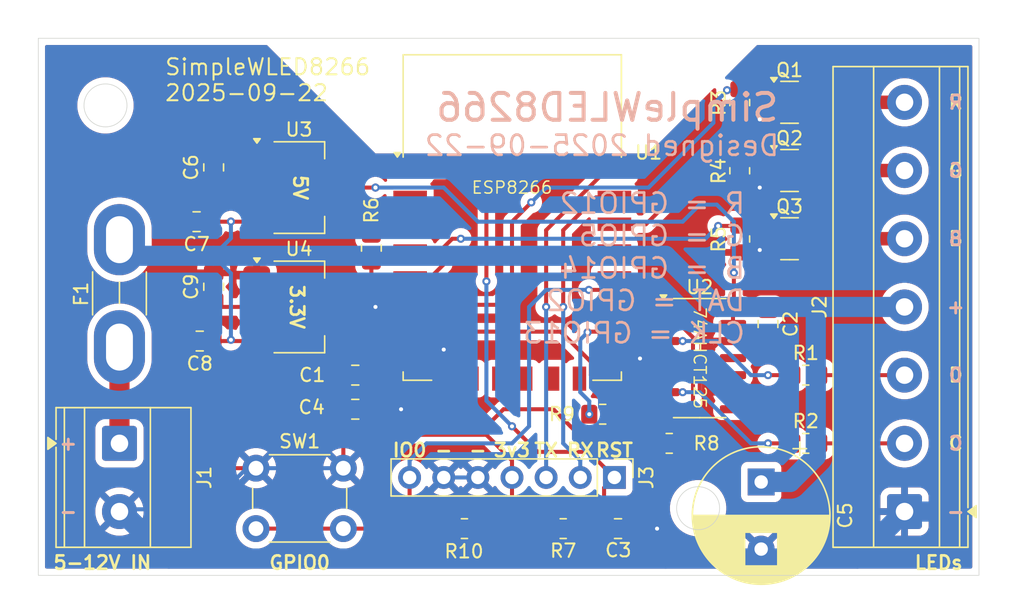
<source format=kicad_pcb>
(kicad_pcb (version 20241229) (generator "pcbnew") (generator_version "9.0")
  (layers (0 "F.Cu" signal) (2 "B.Cu" signal) (13 "F.Paste" user) (15 "B.Paste" user) (5 "F.SilkS" user "F.Silkscreen") (7 "B.SilkS" user "B.Silkscreen") (1 "F.Mask" user) (3 "B.Mask" user) (25 "Edge.Cuts" user))
  (net 0 "")
  (net 1 "GND")
  (net 2 "+3V3")
  (net 3 "+5V")
  (net 4 "RST")
  (net 5 "VBUS")
  (net 6 "Net-(J1-Pin_1)")
  (net 7 "LED_R")
  (net 8 "LED_DAT")
  (net 9 "LED_G")
  (net 10 "LED_CLK")
  (net 11 "LED_B")
  (net 12 "RX")
  (net 13 "TX")
  (net 14 "IO0")
  (net 15 "LED_R_LO")
  (net 16 "LED_G_LO")
  (net 17 "LED_B_LO")
  (net 18 "Net-(R1-Pad1)")
  (net 19 "Net-(R2-Pad1)")
  (net 20 "Net-(U1-EN)")
  (net 21 "LED_DAT_LO")
  (net 22 "Net-(U1-GPIO15)")
  (net 23 "IR")
  (net 24 "LED_CLK_LO")
  (footprint "Package_TO_SOT_SMD:SOT-23" (layer "F.Cu") (at 115.9025 74.93)
    (property "Reference" "Q3" (at 0 -2.4 0) (layer "F.SilkS"))
    (property "Value" "AO3400A")
    (pad "1" smd roundrect (at -0.9375 -0.95) (size 1.475 0.6) (layers "F.Cu" "F.Mask" "F.Paste") (net 17 "LED_B_LO"))
    (pad "2" smd roundrect (at -0.9375 0.95) (size 1.475 0.6) (layers "F.Cu" "F.Mask" "F.Paste") (net 1 "GND"))
    (pad "3" smd roundrect (at 0.9375 0) (size 1.475 0.6) (layers "F.Cu" "F.Mask" "F.Paste") (net 11 "LED_B"))
  )
  (footprint "Resistor_SMD:R_0805_2012Metric_Pad1.20x1.40mm_HandSolder" (layer "F.Cu") (at 117.11 85.09)
    (property "Reference" "R1" (at 0 -1.65 0) (layer "F.SilkS"))
    (property "Value" "62")
    (pad "1" smd roundrect (at -1 0) (size 1.2 1.4) (layers "F.Cu" "F.Mask" "F.Paste") (roundrect_rratio 0.208333) (net 18 "Net-(R1-Pad1)"))
    (pad "2" smd roundrect (at 1 0) (size 1.2 1.4) (layers "F.Cu" "F.Mask" "F.Paste") (roundrect_rratio 0.208333) (net 8 "LED_DAT"))
  )
  (footprint "Resistor_SMD:R_0805_2012Metric_Pad1.20x1.40mm_HandSolder" (layer "F.Cu") (at 112.197309 74.949174 -90)
    (property "Reference" "R5" (at 0.0228 1.570943 90) (layer "F.SilkS"))
    (property "Value" "10k")
    (pad "1" smd roundrect (at -1 0 270) (size 1.2 1.4) (layers "F.Cu" "F.Mask" "F.Paste") (roundrect_rratio 0.208333) (net 17 "LED_B_LO"))
    (pad "2" smd roundrect (at 1 0 270) (size 1.2 1.4) (layers "F.Cu" "F.Mask" "F.Paste") (roundrect_rratio 0.208333) (net 1 "GND"))
  )
  (footprint "Package_TO_SOT_SMD:SOT-23" (layer "F.Cu") (at 115.9025 64.77)
    (property "Reference" "Q1" (at 0 -2.4 0) (layer "F.SilkS"))
    (property "Value" "AO3400A")
    (pad "1" smd roundrect (at -0.9375 -0.95) (size 1.475 0.6) (layers "F.Cu" "F.Mask" "F.Paste") (net 15 "LED_R_LO"))
    (pad "2" smd roundrect (at -0.9375 0.95) (size 1.475 0.6) (layers "F.Cu" "F.Mask" "F.Paste") (net 1 "GND"))
    (pad "3" smd roundrect (at 0.9375 0) (size 1.475 0.6) (layers "F.Cu" "F.Mask" "F.Paste") (net 7 "LED_R"))
  )
  (footprint "Capacitor_SMD:C_0805_2012Metric_Pad1.18x1.45mm_HandSolder" (layer "F.Cu") (at 73.05 69.6175 90)
    (property "Reference" "C6" (at 0 -1.68 90) (layer "F.SilkS"))
    (property "Value" "100n")
    (pad "1" smd roundrect (at -1.0375 0 90) (size 1.175 1.45) (layers "F.Cu" "F.Mask" "F.Paste") (roundrect_rratio 0.212766) (net 3 "+5V"))
    (pad "2" smd roundrect (at 1.0375 0 90) (size 1.175 1.45) (layers "F.Cu" "F.Mask" "F.Paste") (roundrect_rratio 0.212766) (net 1 "GND"))
  )
  (footprint "Resistor_SMD:R_0805_2012Metric_Pad1.20x1.40mm_HandSolder" (layer "F.Cu") (at 102 88)
    (property "Reference" "R9" (at -3.032 0 0) (layer "F.SilkS"))
    (property "Value" "10k")
    (pad "1" smd roundrect (at -1 0) (size 1.2 1.4) (layers "F.Cu" "F.Mask" "F.Paste") (roundrect_rratio 0.208333) (net 22 "Net-(U1-GPIO15)"))
    (pad "2" smd roundrect (at 1 0) (size 1.2 1.4) (layers "F.Cu" "F.Mask" "F.Paste") (roundrect_rratio 0.208333) (net 1 "GND"))
  )
  (footprint "Package_TO_SOT_SMD:SOT-223-3_TabPin2" (layer "F.Cu") (at 79.4 71.12)
    (property "Reference" "U3" (at 0 -4.318 0) (layer "F.SilkS"))
    (property "Value" "AMS1117-5.0")
    (pad "1" smd roundrect (at -3.15 -2.3) (size 2 1.5) (layers "F.Cu" "F.Mask" "F.Paste") (net 1 "GND"))
    (pad "2" smd roundrect (at -3.15 0) (size 2 1.5) (layers "F.Cu" "F.Mask" "F.Paste") (net 3 "+5V"))
    (pad "2" smd roundrect (at 3.15 0) (size 2 3.8) (layers "F.Cu" "F.Mask" "F.Paste") (net 3 "+5V"))
    (pad "3" smd roundrect (at -3.15 2.3) (size 2 1.5) (layers "F.Cu" "F.Mask" "F.Paste") (net 5 "VBUS"))
  )
  (footprint "Resistor_SMD:R_0805_2012Metric_Pad1.20x1.40mm_HandSolder" (layer "F.Cu") (at 99.06 96.52 180)
    (property "Reference" "R7" (at 0 -1.65 0) (layer "F.SilkS"))
    (property "Value" "10k")
    (pad "1" smd roundrect (at -1 0 180) (size 1.2 1.4) (layers "F.Cu" "F.Mask" "F.Paste") (roundrect_rratio 0.208333) (net 4 "RST"))
    (pad "2" smd roundrect (at 1 0 180) (size 1.2 1.4) (layers "F.Cu" "F.Mask" "F.Paste") (roundrect_rratio 0.208333) (net 2 "+3V3"))
  )
  (footprint "Capacitor_SMD:C_0805_2012Metric_Pad1.18x1.45mm_HandSolder" (layer "F.Cu") (at 114.3 81.28 -90)
    (property "Reference" "C2" (at 0 -1.68 90) (layer "F.SilkS"))
    (property "Value" "100n")
    (pad "1" smd roundrect (at -1.0375 0 270) (size 1.175 1.45) (layers "F.Cu" "F.Mask" "F.Paste") (roundrect_rratio 0.212766) (net 3 "+5V"))
    (pad "2" smd roundrect (at 1.0375 0 270) (size 1.175 1.45) (layers "F.Cu" "F.Mask" "F.Paste") (roundrect_rratio 0.212766) (net 1 "GND"))
  )
  (footprint "Capacitor_SMD:C_0805_2012Metric_Pad1.18x1.45mm_HandSolder" (layer "F.Cu") (at 72.0125 82.55 180)
    (property "Reference" "C8" (at 0 -1.68 0) (layer "F.SilkS"))
    (property "Value" "100n")
    (pad "1" smd roundrect (at -1.0375 0 180) (size 1.175 1.45) (layers "F.Cu" "F.Mask" "F.Paste") (roundrect_rratio 0.212766) (net 5 "VBUS"))
    (pad "2" smd roundrect (at 1.0375 0 180) (size 1.175 1.45) (layers "F.Cu" "F.Mask" "F.Paste") (roundrect_rratio 0.212766) (net 1 "GND"))
  )
  (footprint "Package_TO_SOT_SMD:SOT-23" (layer "F.Cu") (at 115.9025 69.85)
    (property "Reference" "Q2" (at 0 -2.4 0) (layer "F.SilkS"))
    (property "Value" "AO3400A")
    (pad "1" smd roundrect (at -0.9375 -0.95) (size 1.475 0.6) (layers "F.Cu" "F.Mask" "F.Paste") (net 16 "LED_G_LO"))
    (pad "2" smd roundrect (at -0.9375 0.95) (size 1.475 0.6) (layers "F.Cu" "F.Mask" "F.Paste") (net 1 "GND"))
    (pad "3" smd roundrect (at 0.9375 0) (size 1.475 0.6) (layers "F.Cu" "F.Mask" "F.Paste") (net 9 "LED_G"))
  )
  (footprint "Capacitor_SMD:C_0805_2012Metric_Pad1.18x1.45mm_HandSolder" (layer "F.Cu") (at 71.78 73.66 180)
    (property "Reference" "C7" (at 0 -1.68 0) (layer "F.SilkS"))
    (property "Value" "100n")
    (pad "1" smd roundrect (at -1.0375 0 180) (size 1.175 1.45) (layers "F.Cu" "F.Mask" "F.Paste") (roundrect_rratio 0.212766) (net 5 "VBUS"))
    (pad "2" smd roundrect (at 1.0375 0 180) (size 1.175 1.45) (layers "F.Cu" "F.Mask" "F.Paste") (roundrect_rratio 0.212766) (net 1 "GND"))
  )
  (footprint "RF_Module:ESP-12E" (layer "F.Cu") (at 95.27 73.35)
    (property "Reference" "U1" (at 10.14 -4.836 0) (layer "F.SilkS"))
    (property "Value" "ESP-12F")
    (pad "1" smd rect (at -7.6 -3.5) (size 2.5 1) (layers "F.Cu" "F.Mask" "F.Paste") (net 4 "RST"))
    (pad "2" smd rect (at -7.6 -1.5) (size 2.5 1) (layers "F.Cu" "F.Mask" "F.Paste"))
    (pad "3" smd rect (at -7.6 0.5) (size 2.5 1) (layers "F.Cu" "F.Mask" "F.Paste") (net 20 "Net-(U1-EN)"))
    (pad "4" smd rect (at -7.6 2.5) (size 2.5 1) (layers "F.Cu" "F.Mask" "F.Paste"))
    (pad "5" smd rect (at -7.6 4.5) (size 2.5 1) (layers "F.Cu" "F.Mask" "F.Paste") (net 17 "LED_B_LO"))
    (pad "6" smd rect (at -7.6 6.5) (size 2.5 1) (layers "F.Cu" "F.Mask" "F.Paste") (net 15 "LED_R_LO"))
    (pad "7" smd rect (at -7.6 8.5) (size 2.5 1) (layers "F.Cu" "F.Mask" "F.Paste") (net 24 "LED_CLK_LO"))
    (pad "8" smd rect (at -7.6 10.5) (size 2.5 1) (layers "F.Cu" "F.Mask" "F.Paste") (net 2 "+3V3"))
    (pad "9" smd rect (at -5 12) (size 1 1.8) (layers "F.Cu" "F.Mask" "F.Paste"))
    (pad "10" smd rect (at -3 12) (size 1 1.8) (layers "F.Cu" "F.Mask" "F.Paste"))
    (pad "11" smd rect (at -1 12) (size 1 1.8) (layers "F.Cu" "F.Mask" "F.Paste"))
    (pad "12" smd rect (at 1 12) (size 1 1.8) (layers "F.Cu" "F.Mask" "F.Paste"))
    (pad "13" smd rect (at 3 12) (size 1 1.8) (layers "F.Cu" "F.Mask" "F.Paste"))
    (pad "14" smd rect (at 5 12) (size 1 1.8) (layers "F.Cu" "F.Mask" "F.Paste"))
    (pad "15" smd rect (at 7.6 10.5) (size 2.5 1) (layers "F.Cu" "F.Mask" "F.Paste") (net 1 "GND"))
    (pad "16" smd rect (at 7.6 8.5) (size 2.5 1) (layers "F.Cu" "F.Mask" "F.Paste") (net 22 "Net-(U1-GPIO15)"))
    (pad "17" smd rect (at 7.6 6.5) (size 2.5 1) (layers "F.Cu" "F.Mask" "F.Paste") (net 21 "LED_DAT_LO"))
    (pad "18" smd rect (at 7.6 4.5) (size 2.5 1) (layers "F.Cu" "F.Mask" "F.Paste") (net 14 "IO0"))
    (pad "19" smd rect (at 7.6 2.5) (size 2.5 1) (layers "F.Cu" "F.Mask" "F.Paste") (net 23 "IR"))
    (pad "20" smd rect (at 7.6 0.5) (size 2.5 1) (layers "F.Cu" "F.Mask" "F.Paste") (net 16 "LED_G_LO"))
    (pad "21" smd rect (at 7.6 -1.5) (size 2.5 1) (layers "F.Cu" "F.Mask" "F.Paste") (net 12 "RX"))
    (pad "22" smd rect (at 7.6 -3.5) (size 2.5 1) (layers "F.Cu" "F.Mask" "F.Paste") (net 13 "TX"))
    (zone (net 0) (net_name "") (layers "F.Cu" "B.Cu") (connect_pads (clearance 0)) (min_thickness 0.254)
      (keepout (tracks not_allowed) (vias not_allowed) (pads not_allowed) (copperpour not_allowed) (footprints not_allowed))
      (fill (thermal_gap 0.508) (thermal_bridge_width 0.508))
      (polygon (pts (xy 87.15 68.55) (xy 103.39 68.55) (xy 103.39 61.23) (xy 87.15 61.23)))
    )
  )
  (footprint "Fuse:Fuse_Blade_Mini_directSolder" (layer "F.Cu") (at 66.04 83 90)
    (property "Reference" "F1" (at 3.95 -2.85 90) (layer "F.SilkS"))
    (property "Value" "Fuse")
    (pad "1" thru_hole oval (at 0 0 90) (size 5.5 3.8) (drill oval 3.5 2) (layers "*.Cu" "*.Mask") (net 6 "Net-(J1-Pin_1)"))
    (pad "2" thru_hole oval (at 8 0 90) (size 5.3 3.8) (drill oval 3.5 2) (layers "*.Cu" "*.Mask") (net 5 "VBUS"))
  )
  (footprint "Connector_PinHeader_2.54mm:PinHeader_1x07_P2.54mm_Vertical" (layer "F.Cu") (at 102.87 92.71 -90)
    (property "Reference" "J3" (at 0 -2.38 90) (layer "F.SilkS"))
    (property "Value" "PROG")
    (pad "1" thru_hole rect (at 0 0 270) (size 1.7 1.7) (drill 1) (layers "*.Cu" "*.Mask") (net 4 "RST"))
    (pad "2" thru_hole circle (at 0 2.54 270) (size 1.7 1.7) (drill 1) (layers "*.Cu" "*.Mask") (net 12 "RX"))
    (pad "3" thru_hole circle (at 0 5.08 270) (size 1.7 1.7) (drill 1) (layers "*.Cu" "*.Mask") (net 13 "TX"))
    (pad "4" thru_hole circle (at 0 7.62 270) (size 1.7 1.7) (drill 1) (layers "*.Cu" "*.Mask") (net 2 "+3V3"))
    (pad "5" thru_hole circle (at 0 10.16 270) (size 1.7 1.7) (drill 1) (layers "*.Cu" "*.Mask") (net 1 "GND"))
    (pad "6" thru_hole circle (at 0 12.7 270) (size 1.7 1.7) (drill 1) (layers "*.Cu" "*.Mask") (net 1 "GND"))
    (pad "7" thru_hole circle (at 0 15.24 270) (size 1.7 1.7) (drill 1) (layers "*.Cu" "*.Mask") (net 14 "IO0"))
  )
  (footprint "Resistor_SMD:R_0805_2012Metric_Pad1.20x1.40mm_HandSolder" (layer "F.Cu") (at 112.197309 69.869174 -90)
    (property "Reference" "R4" (at 0.0228 1.570943 90) (layer "F.SilkS"))
    (property "Value" "10k")
    (pad "1" smd roundrect (at -1 0 270) (size 1.2 1.4) (layers "F.Cu" "F.Mask" "F.Paste") (roundrect_rratio 0.208333) (net 16 "LED_G_LO"))
    (pad "2" smd roundrect (at 1 0 270) (size 1.2 1.4) (layers "F.Cu" "F.Mask" "F.Paste") (roundrect_rratio 0.208333) (net 1 "GND"))
  )
  (footprint "Capacitor_SMD:C_0805_2012Metric_Pad1.18x1.45mm_HandSolder" (layer "F.Cu") (at 103.14 96.52)
    (property "Reference" "C3" (at 0.021818 1.609251 0) (layer "F.SilkS"))
    (property "Value" "100n")
    (pad "1" smd roundrect (at -1.0375 0) (size 1.175 1.45) (layers "F.Cu" "F.Mask" "F.Paste") (roundrect_rratio 0.212766) (net 4 "RST"))
    (pad "2" smd roundrect (at 1.0375 0) (size 1.175 1.45) (layers "F.Cu" "F.Mask" "F.Paste") (roundrect_rratio 0.212766) (net 1 "GND"))
  )
  (footprint "Package_SO:SOIC-14_3.9x8.7mm_P1.27mm" (layer "F.Cu") (at 109.22 83.82)
    (property "Reference" "U2" (at 0 -5.28 0) (layer "F.SilkS"))
    (property "Value" "74AHCT125")
    (pad "1" smd roundrect (at -2.475 -3.81) (size 1.95 0.6) (layers "F.Cu" "F.Mask" "F.Paste") (net 1 "GND"))
    (pad "2" smd roundrect (at -2.475 -2.54) (size 1.95 0.6) (layers "F.Cu" "F.Mask" "F.Paste") (net 21 "LED_DAT_LO"))
    (pad "3" smd roundrect (at -2.475 -1.27) (size 1.95 0.6) (layers "F.Cu" "F.Mask" "F.Paste") (net 18 "Net-(R1-Pad1)"))
    (pad "4" smd roundrect (at -2.475 0) (size 1.95 0.6) (layers "F.Cu" "F.Mask" "F.Paste") (net 1 "GND"))
    (pad "5" smd roundrect (at -2.475 1.27) (size 1.95 0.6) (layers "F.Cu" "F.Mask" "F.Paste") (net 24 "LED_CLK_LO"))
    (pad "6" smd roundrect (at -2.475 2.54) (size 1.95 0.6) (layers "F.Cu" "F.Mask" "F.Paste") (net 19 "Net-(R2-Pad1)"))
    (pad "7" smd roundrect (at -2.475 3.81) (size 1.95 0.6) (layers "F.Cu" "F.Mask" "F.Paste") (net 1 "GND"))
    (pad "8" smd roundrect (at 2.475 3.81) (size 1.95 0.6) (layers "F.Cu" "F.Mask" "F.Paste"))
    (pad "9" smd roundrect (at 2.475 2.54) (size 1.95 0.6) (layers "F.Cu" "F.Mask" "F.Paste") (net 1 "GND"))
    (pad "10" smd roundrect (at 2.475 1.27) (size 1.95 0.6) (layers "F.Cu" "F.Mask" "F.Paste") (net 3 "+5V"))
    (pad "11" smd roundrect (at 2.475 0) (size 1.95 0.6) (layers "F.Cu" "F.Mask" "F.Paste"))
    (pad "12" smd roundrect (at 2.475 -1.27) (size 1.95 0.6) (layers "F.Cu" "F.Mask" "F.Paste") (net 1 "GND"))
    (pad "13" smd roundrect (at 2.475 -2.54) (size 1.95 0.6) (layers "F.Cu" "F.Mask" "F.Paste") (net 3 "+5V"))
    (pad "14" smd roundrect (at 2.475 -3.81) (size 1.95 0.6) (layers "F.Cu" "F.Mask" "F.Paste") (net 3 "+5V"))
  )
  (footprint "TerminalBlock_Phoenix:TerminalBlock_Phoenix_MKDS-1,5-7-5.08_1x07_P5.08mm_Horizontal" (layer "F.Cu") (at 124.46 95.25 90)
    (property "Reference" "J2" (at 15.24 -6.32 90) (layer "F.SilkS"))
    (property "Value" "LEDs")
    (pad "1" thru_hole roundrect (at 0 0 90) (size 2.6 2.6) (drill 1.3) (layers "*.Cu" "*.Mask") (roundrect_rratio 0.096154) (net 1 "GND"))
    (pad "2" thru_hole circle (at 5.08 0 90) (size 2.6 2.6) (drill 1.3) (layers "*.Cu" "*.Mask") (net 10 "LED_CLK"))
    (pad "3" thru_hole circle (at 10.16 0 90) (size 2.6 2.6) (drill 1.3) (layers "*.Cu" "*.Mask") (net 8 "LED_DAT"))
    (pad "4" thru_hole circle (at 15.24 0 90) (size 2.6 2.6) (drill 1.3) (layers "*.Cu" "*.Mask") (net 5 "VBUS"))
    (pad "5" thru_hole circle (at 20.32 0 90) (size 2.6 2.6) (drill 1.3) (layers "*.Cu" "*.Mask") (net 11 "LED_B"))
    (pad "6" thru_hole circle (at 25.4 0 90) (size 2.6 2.6) (drill 1.3) (layers "*.Cu" "*.Mask") (net 9 "LED_G"))
    (pad "7" thru_hole circle (at 30.48 0 90) (size 2.6 2.6) (drill 1.3) (layers "*.Cu" "*.Mask") (net 7 "LED_R"))
  )
  (footprint "Capacitor_THT:CP_Radial_D10.0mm_P5.00mm" (layer "F.Cu") (at 113.792 93.044 -90)
    (property "Reference" "C5" (at 2.5 -6.25 90) (layer "F.SilkS"))
    (property "Value" "470u")
    (pad "1" thru_hole rect (at 0 0 270) (size 2 2) (drill 1) (layers "*.Cu" "*.Mask") (net 5 "VBUS"))
    (pad "2" thru_hole circle (at 5 0 270) (size 2 2) (drill 1) (layers "*.Cu" "*.Mask") (net 1 "GND"))
  )
  (footprint "Capacitor_SMD:C_0805_2012Metric_Pad1.18x1.45mm_HandSolder" (layer "F.Cu") (at 83.5875 87.63)
    (property "Reference" "C4" (at -3.246531 -0.150514 0) (layer "F.SilkS"))
    (property "Value" "10u")
    (pad "1" smd roundrect (at -1.0375 0) (size 1.175 1.45) (layers "F.Cu" "F.Mask" "F.Paste") (roundrect_rratio 0.212766) (net 1 "GND"))
    (pad "2" smd roundrect (at 1.0375 0) (size 1.175 1.45) (layers "F.Cu" "F.Mask" "F.Paste") (roundrect_rratio 0.212766) (net 2 "+3V3"))
  )
  (footprint "Capacitor_SMD:C_0805_2012Metric_Pad1.18x1.45mm_HandSolder" (layer "F.Cu") (at 73.05 78.5075 90)
    (property "Reference" "C9" (at 0 -1.68 90) (layer "F.SilkS"))
    (property "Value" "100n")
    (pad "1" smd roundrect (at -1.0375 0 90) (size 1.175 1.45) (layers "F.Cu" "F.Mask" "F.Paste") (roundrect_rratio 0.212766) (net 2 "+3V3"))
    (pad "2" smd roundrect (at 1.0375 0 90) (size 1.175 1.45) (layers "F.Cu" "F.Mask" "F.Paste") (roundrect_rratio 0.212766) (net 1 "GND"))
  )
  (footprint "Resistor_SMD:R_0805_2012Metric_Pad1.20x1.40mm_HandSolder" (layer "F.Cu") (at 91.71 96.52)
    (property "Reference" "R10" (at -0.032947 1.693235 0) (layer "F.SilkS"))
    (property "Value" "10k")
    (pad "1" smd roundrect (at -1 0) (size 1.2 1.4) (layers "F.Cu" "F.Mask" "F.Paste") (roundrect_rratio 0.208333) (net 14 "IO0"))
    (pad "2" smd roundrect (at 1 0) (size 1.2 1.4) (layers "F.Cu" "F.Mask" "F.Paste") (roundrect_rratio 0.208333) (net 2 "+3V3"))
  )
  (footprint "TerminalBlock_Phoenix:TerminalBlock_Phoenix_MKDS-1,5-2-5.08_1x02_P5.08mm_Horizontal" (layer "F.Cu") (at 66.04 90.17 -90)
    (property "Reference" "J1" (at 2.54 -6.32 90) (layer "F.SilkS"))
    (property "Value" "PWR")
    (pad "1" thru_hole roundrect (at 0 0 270) (size 2.6 2.6) (drill 1.3) (layers "*.Cu" "*.Mask") (roundrect_rratio 0.096154) (net 6 "Net-(J1-Pin_1)"))
    (pad "2" thru_hole circle (at 5.08 0 270) (size 2.6 2.6) (drill 1.3) (layers "*.Cu" "*.Mask") (net 1 "GND"))
  )
  (footprint "Resistor_SMD:R_0805_2012Metric_Pad1.20x1.40mm_HandSolder" (layer "F.Cu") (at 117.11 90.17)
    (property "Reference" "R2" (at 0 -1.65 0) (layer "F.SilkS"))
    (property "Value" "62")
    (pad "1" smd roundrect (at -1 0) (size 1.2 1.4) (layers "F.Cu" "F.Mask" "F.Paste") (roundrect_rratio 0.208333) (net 19 "Net-(R2-Pad1)"))
    (pad "2" smd roundrect (at 1 0) (size 1.2 1.4) (layers "F.Cu" "F.Mask" "F.Paste") (roundrect_rratio 0.208333) (net 10 "LED_CLK"))
  )
  (footprint "Resistor_SMD:R_0805_2012Metric_Pad1.20x1.40mm_HandSolder" (layer "F.Cu") (at 84.78555 75.624778 -90)
    (property "Reference" "R6" (at -2.81 0 90) (layer "F.SilkS"))
    (property "Value" "10k")
    (pad "1" smd roundrect (at -1 0 270) (size 1.2 1.4) (layers "F.Cu" "F.Mask" "F.Paste") (roundrect_rratio 0.208333) (net 20 "Net-(U1-EN)"))
    (pad "2" smd roundrect (at 1 0 270) (size 1.2 1.4) (layers "F.Cu" "F.Mask" "F.Paste") (roundrect_rratio 0.208333) (net 2 "+3V3"))
  )
  (footprint "Capacitor_SMD:C_0805_2012Metric_Pad1.18x1.45mm_HandSolder" (layer "F.Cu") (at 83.5875 85.09)
    (property "Reference" "C1" (at -3.204398 -0.012102 0) (layer "F.SilkS"))
    (property "Value" "100n")
    (pad "1" smd roundrect (at -1.0375 0) (size 1.175 1.45) (layers "F.Cu" "F.Mask" "F.Paste") (roundrect_rratio 0.212766) (net 1 "GND"))
    (pad "2" smd roundrect (at 1.0375 0) (size 1.175 1.45) (layers "F.Cu" "F.Mask" "F.Paste") (roundrect_rratio 0.212766) (net 2 "+3V3"))
  )
  (footprint "Resistor_SMD:R_0805_2012Metric_Pad1.20x1.40mm_HandSolder" (layer "F.Cu") (at 106.95 90.17 180)
    (property "Reference" "R8" (at -2.778 0 0) (layer "F.SilkS"))
    (property "Value" "10k")
    (pad "1" smd roundrect (at -1 0 180) (size 1.2 1.4) (layers "F.Cu" "F.Mask" "F.Paste") (roundrect_rratio 0.208333) (net 21 "LED_DAT_LO"))
    (pad "2" smd roundrect (at 1 0 180) (size 1.2 1.4) (layers "F.Cu" "F.Mask" "F.Paste") (roundrect_rratio 0.208333) (net 2 "+3V3"))
  )
  (footprint "Resistor_SMD:R_0805_2012Metric_Pad1.20x1.40mm_HandSolder" (layer "F.Cu") (at 112.197309 64.789174 -90)
    (property "Reference" "R3" (at 0.0228 1.570943 90) (layer "F.SilkS"))
    (property "Value" "10k")
    (pad "1" smd roundrect (at -1 0 270) (size 1.2 1.4) (layers "F.Cu" "F.Mask" "F.Paste") (roundrect_rratio 0.208333) (net 15 "LED_R_LO"))
    (pad "2" smd roundrect (at 1 0 270) (size 1.2 1.4) (layers "F.Cu" "F.Mask" "F.Paste") (roundrect_rratio 0.208333) (net 1 "GND"))
  )
  (footprint "Package_TO_SOT_SMD:SOT-223-3_TabPin2" (layer "F.Cu") (at 79.4 80.01)
    (property "Reference" "U4" (at 0 -4.318 0) (layer "F.SilkS"))
    (property "Value" "AMS1117-3.3")
    (pad "1" smd roundrect (at -3.15 -2.3) (size 2 1.5) (layers "F.Cu" "F.Mask" "F.Paste") (net 1 "GND"))
    (pad "2" smd roundrect (at -3.15 0) (size 2 1.5) (layers "F.Cu" "F.Mask" "F.Paste") (net 2 "+3V3"))
    (pad "2" smd roundrect (at 3.15 0) (size 2 3.8) (layers "F.Cu" "F.Mask" "F.Paste") (net 2 "+3V3"))
    (pad "3" smd roundrect (at -3.15 2.3) (size 2 1.5) (layers "F.Cu" "F.Mask" "F.Paste") (net 5 "VBUS"))
  )
  (footprint "Button_Switch_THT:SW_PUSH_6mm" (layer "F.Cu") (at 76.2 92.02)
    (property "Reference" "SW1" (at 3.25 -2 0) (layer "F.SilkS"))
    (property "Value" "SW_Push")
    (pad "1" thru_hole circle (at 0 0 90) (size 2 2) (drill 1.1) (layers "*.Cu" "*.Mask") (net 1 "GND"))
    (pad "1" thru_hole circle (at 6.5 0 90) (size 2 2) (drill 1.1) (layers "*.Cu" "*.Mask") (net 1 "GND"))
    (pad "2" thru_hole circle (at 0 4.5 90) (size 2 2) (drill 1.1) (layers "*.Cu" "*.Mask") (net 14 "IO0"))
    (pad "2" thru_hole circle (at 6.5 4.5 90) (size 2 2) (drill 1.1) (layers "*.Cu" "*.Mask") (net 14 "IO0"))
  )
  (gr_poly (pts (xy 60 60) (xy 130 60) (xy 130 100) (xy 60 100)) (stroke (width 0.05)) (fill no) (layer "Edge.Cuts"))
  (gr_circle (center 109.1 95) (end 110.7 95) (stroke (width 0.05)) (fill no) (layer "Edge.Cuts"))
  (gr_circle (center 65 65) (end 66.6 65) (stroke (width 0.05)) (fill no) (layer "Edge.Cuts"))
  (gr_text "G" (at 128.27 69.85 0) (layer "F.SilkS") (effects (font (size 1 1) (thickness 0.2) (bold yes))))
  (gr_text "SimpleWLED8266\n2025-09-22" (at 69.342 64.77 0) (layer "F.SilkS") (effects (font (size 1.2 1.2)) (justify left bottom)))
  (gr_text "+" (at 128.27 80.01 0) (layer "F.SilkS") (effects (font (size 1 1) (thickness 0.2) (bold yes))))
  (gr_text "3v3" (at 95.25 90.678 0) (layer "F.SilkS") (effects (font (size 1 1) (thickness 0.2) (bold yes))))
  (gr_text "R" (at 128.27 64.77 0) (layer "F.SilkS") (effects (font (size 1 1) (thickness 0.2) (bold yes))))
  (gr_text "+" (at 62.23 90.17 0) (layer "F.SilkS") (effects (font (size 1 1) (thickness 0.2) (bold yes))))
  (gr_text "-" (at 92.71 90.678 0) (layer "F.SilkS") (effects (font (size 1 1) (thickness 0.2) (bold yes))))
  (gr_text "D" (at 128.27 85.09 0) (layer "F.SilkS") (effects (font (size 1 1) (thickness 0.2) (bold yes))))
  (gr_text "3.3V" (at 79.248 80.01 270) (layer "F.SilkS") (effects (font (size 1 1) (thickness 0.2) (bold yes))))
  (gr_text "GPIO0" (at 79.45 99.06 0) (layer "F.SilkS") (effects (font (size 1 1) (thickness 0.2) (bold yes))))
  (gr_text "-" (at 128.27 95.25 0) (layer "F.SilkS") (effects (font (size 1 1) (thickness 0.2) (bold yes))))
  (gr_text "5V" (at 79.502 71.12 270) (layer "F.SilkS") (effects (font (size 1 1) (thickness 0.2) (bold yes))))
  (gr_text "74AHCT125" (at 109.22 83.82 270) (layer "F.SilkS") (effects (font (size 0.9 0.9) (thickness 0.11))))
  (gr_text "-" (at 90.17 90.678 0) (layer "F.SilkS") (effects (font (size 1 1) (thickness 0.2) (bold yes))))
  (gr_text "RX" (at 100.33 90.678 0) (layer "F.SilkS") (effects (font (size 1 1) (thickness 0.2) (bold yes))))
  (gr_text "B" (at 128.27 74.93 0) (layer "F.SilkS") (effects (font (size 1 1) (thickness 0.2) (bold yes))))
  (gr_text "LEDs" (at 127 99.06 0) (layer "F.SilkS") (effects (font (size 1 1) (thickness 0.2) (bold yes))))
  (gr_text "5-12V IN" (at 64.77 99.06 0) (layer "F.SilkS") (effects (font (size 1 1) (thickness 0.2) (bold yes))))
  (gr_text "IO0" (at 87.63 90.678 0) (layer "F.SilkS") (effects (font (size 1 1) (thickness 0.2) (bold yes))))
  (gr_text "TX" (at 97.79 90.678 0) (layer "F.SilkS") (effects (font (size 1 1) (thickness 0.2) (bold yes))))
  (gr_text "C" (at 128.27 90.17 0) (layer "F.SilkS") (effects (font (size 1 1) (thickness 0.2) (bold yes))))
  (gr_text "ESP8266" (at 95.25 71.12 0) (layer "F.SilkS") (effects (font (size 0.9 0.9) (thickness 0.11))))
  (gr_text "-" (at 62.23 95.25 0) (layer "F.SilkS") (effects (font (size 1 1) (thickness 0.2) (bold yes))))
  (gr_text "RST" (at 102.87 90.678 0) (layer "F.SilkS") (effects (font (size 1 1) (thickness 0.2) (bold yes))))
  (gr_text "R" (at 128.27 64.77 0) (layer "B.SilkS") (effects (font (size 1 1) (thickness 0.2) (bold yes)) (justify mirror)))
  (gr_text "SimpleWLED8266" (at 115.2525 66.33 0) (layer "B.SilkS") (effects (font (size 2 2) (thickness 0.3)) (justify left bottom mirror)))
  (gr_text "-" (at 62.23 95.25 0) (layer "B.SilkS") (effects (font (size 1 1) (thickness 0.2) (bold yes)) (justify mirror)))
  (gr_text "+" (at 128.27 80.01 0) (layer "B.SilkS") (effects (font (size 1 1) (thickness 0.2) (bold yes)) (justify mirror)))
  (gr_text "D" (at 128.27 85.09 0) (layer "B.SilkS") (effects (font (size 1 1) (thickness 0.2) (bold yes)) (justify mirror)))
  (gr_text "B" (at 128.27 74.93 0) (layer "B.SilkS") (effects (font (size 1 1) (thickness 0.2) (bold yes)) (justify mirror)))
  (gr_text "C" (at 128.27 90.17 0) (layer "B.SilkS") (effects (font (size 1 1) (thickness 0.2) (bold yes)) (justify mirror)))
  (gr_text "G" (at 128.27 69.85 0) (layer "B.SilkS") (effects (font (size 1 1) (thickness 0.2) (bold yes)) (justify mirror)))
  (gr_text "-" (at 128.27 95.25 0) (layer "B.SilkS") (effects (font (size 1 1) (thickness 0.2) (bold yes)) (justify mirror)))
  (gr_text "+" (at 62.23 90.17 0) (layer "B.SilkS") (effects (font (size 1 1) (thickness 0.2) (bold yes)) (justify mirror)))
  (gr_text "Designed 2025-09-22" (at 115.2525 68.87 0) (layer "B.SilkS") (effects (font (size 1.5 1.5) (thickness 0.2)) (justify left bottom mirror)))
  (gr_text "R = GPIO12\nG = GPIO5\nB = GPIO14\nDAT = GPIO2\nCLK = GPIO13" (at 112.7125 82.84 0) (layer "B.SilkS") (effects (font (size 1.5 1.5) (thickness 0.2)) (justify left bottom mirror)))
  (segment (start 71.12 77.47) (end 73.05 77.47) (width 0.3) (layer "F.Cu") (net 1))
  (segment (start 112.266483 75.88) (end 112.197309 75.949174) (width 0.5) (layer "F.Cu") (net 1))
  (segment (start 70.975 91.295) (end 70.975 82.55) (width 0.3) (layer "F.Cu") (net 1))
  (segment (start 107.95 80.01) (end 109.335001 81.395001) (width 0.3) (layer "F.Cu") (net 1))
  (segment (start 106.745 80.01) (end 107.95 80.01) (width 0.3) (layer "F.Cu") (net 1))
  (segment (start 70.7425 77.0925) (end 71.12 77.47) (width 0.3) (layer "F.Cu") (net 1))
  (segment (start 76.01 77.47) (end 76.25 77.71) (width 0.3) (layer "F.Cu") (net 1))
  (segment (start 70.7425 68.9575) (end 71.12 68.58) (width 0.3) (layer "F.Cu") (net 1))
  (segment (start 73.05 77.47) (end 76.01 77.47) (width 0.3) (layer "F.Cu") (net 1))
  (segment (start 106.045 92.2375) (end 106.901 91.3815) (width 0.3) (layer "F.Cu") (net 1))
  (segment (start 112.266483 65.72) (end 112.197309 65.789174) (width 0.5) (layer "F.Cu") (net 1))
  (segment (start 106.045 96.52) (end 106.045 92.2375) (width 0.3) (layer "F.Cu") (net 1))
  (segment (start 109.22 86.36) (end 109.22 84.050001) (width 0.3) (layer "F.Cu") (net 1))
  (segment (start 109.22 86.36) (end 111.695 86.36) (width 0.3) (layer "F.Cu") (net 1))
  (segment (start 71.7 92.02) (end 70.975 91.295) (width 0.3) (layer "F.Cu") (net 1))
  (segment (start 70.7425 73.66) (end 70.7425 68.9575) (width 0.3) (layer "F.Cu") (net 1))
  (segment (start 102.87 83.85) (end 104.775 83.85) (width 0.3) (layer "F.Cu") (net 1))
  (segment (start 88.48 91.02) (end 83.7 91.02) (width 0.3) (layer "F.Cu") (net 1))
  (segment (start 114.965 65.72) (end 112.266483 65.72) (width 0.5) (layer "F.Cu") (net 1))
  (segment (start 73.29 68.82) (end 73.05 68.58) (width 0.3) (layer "F.Cu") (net 1))
  (segment (start 104.775 83.85) (end 106.715 83.85) (width 0.3) (layer "F.Cu") (net 1))
  (segment (start 76.25 68.82) (end 73.29 68.82) (width 0.3) (layer "F.Cu") (net 1))
  (segment (start 114.965 70.8) (end 112.266483 70.8) (width 0.5) (layer "F.Cu") (net 1))
  (segment (start 106.901 87.786) (end 106.745 87.63) (width 0.3) (layer "F.Cu") (net 1))
  (segment (start 70.975 82.55) (end 70.975 77.615) (width 0.3) (layer "F.Cu") (net 1))
  (segment (start 83.7 91.02) (end 82.7 92.02) (width 0.3) (layer "F.Cu") (net 1))
  (segment (start 82.7 89.05) (end 82.7 92.02) (width 0.3) (layer "F.Cu") (net 1))
  (segment (start 106.901 91.3815) (end 106.901 87.786) (width 0.3) (layer "F.Cu") (net 1))
  (segment (start 82.55 88.9) (end 82.7 89.05) (width 0.3) (layer "F.Cu") (net 1))
  (segment (start 82.55 87.63) (end 82.55 88.9) (width 0.3) (layer "F.Cu") (net 1))
  (segment (start 103 88) (end 106.375 88) (width 0.2) (layer "F.Cu") (net 1))
  (segment (start 109.335001 83.82) (end 109.335001 83.935001) (width 0.3) (layer "F.Cu") (net 1))
  (segment (start 82.55 87.63) (end 82.55 85.09) (width 0.3) (layer "F.Cu") (net 1))
  (segment (start 106.045 96.52) (end 104.1775 96.52) (width 0.3) (layer "F.Cu") (net 1))
  (segment (start 114.965 75.88) (end 112.266483 75.88) (width 0.5) (layer "F.Cu") (net 1))
  (segment (start 110.740826 75.949174) (end 112.197309 75.949174) (width 0.3) (layer "F.Cu") (net 1))
  (segment (start 106.375 88) (end 106.745 87.63) (width 0.2) (layer "F.Cu") (net 1))
  (segment (start 71.12 68.58) (end 73.05 68.58) (width 0.3) (layer "F.Cu") (net 1))
  (segment (start 109.335001 81.395001) (end 109.335001 83.82) (width 0.3) (layer "F.Cu") (net 1))
  (segment (start 107.95 78.74) (end 110.740826 75.949174) (width 0.3) (layer "F.Cu") (net 1))
  (segment (start 76.2 92.02) (end 71.7 92.02) (width 0.3) (layer "F.Cu") (net 1))
  (segment (start 107.95 80.01) (end 107.95 78.74) (width 0.3) (layer "F.Cu") (net 1))
  (segment (start 109.22 84.050001) (end 109.335001 83.935001) (width 0.3) (layer "F.Cu") (net 1))
  (segment (start 70.975 77.615) (end 71.12 77.47) (width 0.3) (layer "F.Cu") (net 1))
  (segment (start 112.266483 70.8) (end 112.197309 70.869174) (width 0.5) (layer "F.Cu") (net 1))
  (segment (start 109.219999 86.36) (end 109.22 86.36) (width 0.3) (layer "F.Cu") (net 1))
  (segment (start 70.7425 73.66) (end 70.7425 77.0925) (width 0.3) (layer "F.Cu") (net 1))
  (segment (start 109.335001 83.935001) (end 110.720001 82.55) (width 0.3) (layer "F.Cu") (net 1))
  (segment (start 90.17 92.71) (end 88.48 91.02) (width 0.3) (layer "F.Cu") (net 1))
  (segment (start 106.715 83.85) (end 106.745 83.82) (width 0.3) (layer "F.Cu") (net 1))
  (segment (start 110.720001 82.55) (end 111.695 82.55) (width 0.3) (layer "F.Cu") (net 1))
  (via (at 90.17 83.185) (size 0.6) (drill 0.3) (layers "F.Cu" "B.Cu") (net 1))
  (via (at 86.995 87.63) (size 0.6) (drill 0.3) (layers "F.Cu" "B.Cu") (net 1))
  (via (at 85.09 80.01) (size 0.6) (drill 0.3) (layers "F.Cu" "B.Cu") (net 1))
  (via (at 113.685932 75.769) (size 0.6) (drill 0.3) (layers "F.Cu" "B.Cu") (net 1))
  (via (at 104.775 83.85) (size 0.6) (drill 0.3) (layers "F.Cu" "B.Cu") (net 1))
  (via (at 106.045 96.52) (size 0.6) (drill 0.3) (layers "F.Cu" "B.Cu") (net 1))
  (via (at 113.685932 66.04) (size 0.6) (drill 0.3) (layers "F.Cu" "B.Cu") (net 1))
  (via (at 113.685932 71.12) (size 0.6) (drill 0.3) (layers "F.Cu" "B.Cu") (net 1))
  (segment (start 75.51 92.02) (end 72.45 95.08) (width 0.3) (layer "B.Cu") (net 1))
  (segment (start 113.685932 62.705387) (end 113.685932 66.04) (width 1.5) (layer "B.Cu") (net 1))
  (segment (start 127.291 61.251) (end 115.57 61.251) (width 1.5) (layer "B.Cu") (net 1))
  (segment (start 124.46 95.25) (end 127 95.25) (width 1.5) (layer "B.Cu") (net 1))
  (segment (start 120.961 98.749) (end 124.46 95.25) (width 1.5) (layer "B.Cu") (net 1))
  (segment (start 104.775 90.805) (end 106.045 92.075) (width 0.3) (layer "B.Cu") (net 1))
  (segment (start 128.27 93.98) (end 128.27 62.23) (width 1.5) (layer "B.Cu") (net 1))
  (segment (start 72.45 95.08) (end 66.04 95.08) (width 0.3) (layer "B.Cu") (net 1))
  (segment (start 113.087 98.749) (end 113.792 98.044) (width 1.5) (layer "B.Cu") (net 1))
  (segment (start 90.17 84.455) (end 86.995 87.63) (width 0.3) (layer "B.Cu") (net 1))
  (segment (start 115.140319 61.251) (end 113.770198 62.621121) (width 1.5) (layer "B.Cu") (net 1))
  (segment (start 112.268 98.749) (end 113.087 98.749) (width 1.5) (layer "B.Cu") (net 1))
  (segment (start 127 95.25) (end 128.27 93.98) (width 1.5) (layer "B.Cu") (net 1))
  (segment (start 86.995 87.725) (end 82.7 92.02) (width 0.3) (layer "B.Cu") (net 1))
  (segment (start 106.045 92.075) (end 106.045 98.114) (width 0.3) (layer "B.Cu") (net 1))
  (segment (start 113.685932 66.04) (end 113.685932 71.12) (width 1.5) (layer "B.Cu") (net 1))
  (segment (start 90.17 83.185) (end 90.17 84.455) (width 0.3) (layer "B.Cu") (net 1))
  (segment (start 85.09 80.01) (end 86.995 80.01) (width 0.3) (layer "B.Cu") (net 1))
  (segment (start 92.71 92.71) (end 90.17 92.71) (width 0.3) (layer "B.Cu") (net 1))
  (segment (start 66.04 95.08) (end 69.709 98.749) (width 1.5) (layer "B.Cu") (net 1))
  (segment (start 106.68 98.749) (end 112.268 98.749) (width 1.5) (layer "B.Cu") (net 1))
  (segment (start 106.045 98.114) (end 106.68 98.749) (width 0.3) (layer "B.Cu") (net 1))
  (segment (start 115.57 61.251) (end 115.140319 61.251) (width 1.5) (layer "B.Cu") (net 1))
  (segment (start 104.775 83.85) (end 104.775 90.805) (width 0.3) (layer "B.Cu") (net 1))
  (segment (start 76.2 92.02) (end 75.51 92.02) (width 0.3) (layer "B.Cu") (net 1))
  (segment (start 113.770198 62.621121) (end 113.685932 62.705387) (width 1.5) (layer "B.Cu") (net 1))
  (segment (start 69.709 98.749) (end 106.68 98.749) (width 1.5) (layer "B.Cu") (net 1))
  (segment (start 86.995 80.01) (end 90.17 83.185) (width 0.3) (layer "B.Cu") (net 1))
  (segment (start 112.268 98.749) (end 120.961 98.749) (width 1.5) (layer "B.Cu") (net 1))
  (segment (start 86.995 87.63) (end 86.995 87.725) (width 0.3) (layer "B.Cu") (net 1))
  (segment (start 128.27 62.23) (end 127.291 61.251) (width 1.5) (layer "B.Cu") (net 1))
  (segment (start 82.7 92.02) (end 76.2 92.02) (width 0.3) (layer "B.Cu") (net 1))
  (segment (start 113.685932 71.12) (end 113.685932 75.769) (width 1.5) (layer "B.Cu") (net 1))
  (segment (start 84.625 85.09) (end 84.625 82.085) (width 0.3) (layer "F.Cu") (net 2))
  (segment (start 84.625 88.435) (end 85.725 89.535) (width 0.3) (layer "F.Cu") (net 2))
  (segment (start 98.06 96.52) (end 95.25 96.52) (width 0.3) (layer "F.Cu") (net 2))
  (segment (start 99.6 88.9) (end 98.33 87.63) (width 0.3) (layer "F.Cu") (net 2))
  (segment (start 95.25 91.44) (end 95.25 92.71) (width 0.3) (layer "F.Cu") (net 2))
  (segment (start 76.25 80.01) (end 73.515 80.01) (width 0.3) (layer "F.Cu") (net 2))
  (segment (start 73.515 80.01) (end 73.05 79.545) (width 0.3) (layer "F.Cu") (net 2))
  (segment (start 105.95 90.17) (end 100.87 90.17) (width 0.3) (layer "F.Cu") (net 2))
  (segment (start 98.33 87.63) (end 94.615 87.63) (width 0.3) (layer "F.Cu") (net 2))
  (segment (start 84.625 82.085) (end 82.55 80.01) (width 0.3) (layer "F.Cu") (net 2))
  (segment (start 84.625 87.63) (end 84.625 88.435) (width 0.3) (layer "F.Cu") (net 2))
  (segment (start 84.625 85.09) (end 84.625 87.63) (width 0.3) (layer "F.Cu") (net 2))
  (segment (start 76.25 80.01) (end 82.55 80.01) (width 0.3) (layer "F.Cu") (net 2))
  (segment (start 93.345 89.535) (end 95.25 91.44) (width 0.3) (layer "F.Cu") (net 2))
  (segment (start 84.78555 77.77445) (end 82.55 80.01) (width 0.3) (layer "F.Cu") (net 2))
  (segment (start 95.25 92.71) (end 95.25 96.52) (width 0.3) (layer "F.Cu") (net 2))
  (segment (start 86.43 85.09) (end 87.67 83.85) (width 0.3) (layer "F.Cu") (net 2))
  (segment (start 95.25 96.52) (end 92.71 96.52) (width 0.3) (layer "F.Cu") (net 2))
  (segment (start 84.78555 76.624778) (end 84.78555 77.77445) (width 0.3) (layer "F.Cu") (net 2))
  (segment (start 100.87 90.17) (end 99.6 88.9) (width 0.3) (layer "F.Cu") (net 2))
  (segment (start 84.625 85.09) (end 86.43 85.09) (width 0.3) (layer "F.Cu") (net 2))
  (segment (start 93.345 88.9) (end 93.345 89.535) (width 0.3) (layer "F.Cu") (net 2))
  (segment (start 85.725 89.535) (end 93.345 89.535) (width 0.3) (layer "F.Cu") (net 2))
  (segment (start 94.615 87.63) (end 93.345 88.9) (width 0.3) (layer "F.Cu") (net 2))
  (segment (start 73.515 71.12) (end 73.05 70.655) (width 0.3) (layer "F.Cu") (net 3))
  (segment (start 82.55 71.12) (end 85.09 71.12) (width 0.3) (layer "F.Cu") (net 3))
  (segment (start 82.55 71.12) (end 73.515 71.12) (width 0.3) (layer "F.Cu") (net 3))
  (segment (start 111.76 77.47) (end 111.76 79.945) (width 0.3) (layer "F.Cu") (net 3))
  (segment (start 111.695 80.01) (end 114.0675 80.01) (width 0.3) (layer "F.Cu") (net 3))
  (segment (start 114.0675 80.01) (end 114.3 80.2425) (width 0.3) (layer "F.Cu") (net 3))
  (segment (start 111.695 80.01) (end 111.695 81.28) (width 0.3) (layer "F.Cu") (net 3))
  (segment (start 111.76 79.945) (end 111.695 80.01) (width 0.3) (layer "F.Cu") (net 3))
  (segment (start 82.55 71.12) (end 76.25 71.12) (width 0.3) (layer "F.Cu") (net 3))
  (via (at 85.09 71.12) (size 0.6) (drill 0.3) (layers "F.Cu" "B.Cu") (net 3))
  (via (at 111.76 77.47) (size 0.6) (drill 0.3) (layers "F.Cu" "B.Cu") (net 3))
  (via (at 85.09 71.12) (size 0.6) (drill 0.3) (layers "F.Cu" "B.Cu") (net 3))
  (segment (start 107.95 73.66) (end 109.22 72.39) (width 0.3) (layer "B.Cu") (net 3))
  (segment (start 110.49 72.39) (end 111.76 73.66) (width 0.3) (layer "B.Cu") (net 3))
  (segment (start 109.22 72.39) (end 110.49 72.39) (width 0.3) (layer "B.Cu") (net 3))
  (segment (start 85.09 71.12) (end 90.17 71.12) (width 0.3) (layer "B.Cu") (net 3))
  (segment (start 92.71 73.66) (end 107.95 73.66) (width 0.3) (layer "B.Cu") (net 3))
  (segment (start 111.76 73.66) (end 111.76 77.47) (width 0.3) (layer "B.Cu") (net 3))
  (segment (start 90.17 71.12) (end 92.71 73.66) (width 0.3) (layer "B.Cu") (net 3))
  (segment (start 102.1025 96.52) (end 100.06 96.52) (width 0.3) (layer "F.Cu") (net 4))
  (segment (start 87.67 69.85) (end 92.075 69.85) (width 0.3) (layer "F.Cu") (net 4))
  (segment (start 93.345 71.12) (end 93.345 78.105) (width 0.3) (layer "F.Cu") (net 4))
  (segment (start 102.1025 96.52) (end 102.1025 93.4775) (width 0.3) (layer "F.Cu") (net 4))
  (segment (start 102.1025 93.4775) (end 102.87 92.71) (width 0.3) (layer "F.Cu") (net 4))
  (segment (start 97.155 90.805) (end 100.965 90.805) (width 0.3) (layer "F.Cu") (net 4))
  (segment (start 95.25 88.9) (end 97.155 90.805) (width 0.3) (layer "F.Cu") (net 4))
  (segment (start 92.075 69.85) (end 93.345 71.12) (width 0.3) (layer "F.Cu") (net 4))
  (segment (start 100.965 90.805) (end 102.87 92.71) (width 0.3) (layer "F.Cu") (net 4))
  (via (at 93.345 78.105) (size 0.6) (drill 0.3) (layers "F.Cu" "B.Cu") (net 4))
  (via (at 95.25 88.9) (size 0.6) (drill 0.3) (layers "F.Cu" "B.Cu") (net 4))
  (segment (start 95.25 88.9) (end 93.345 86.995) (width 0.3) (layer "B.Cu") (net 4))
  (segment (start 93.345 86.995) (end 93.345 78.105) (width 0.3) (layer "B.Cu") (net 4))
  (segment (start 73.05 82.55) (end 76.01 82.55) (width 0.3) (layer "F.Cu") (net 5))
  (segment (start 76.01 73.66) (end 76.25 73.42) (width 0.3) (layer "F.Cu") (net 5))
  (segment (start 72.8175 73.66) (end 76.01 73.66) (width 0.3) (layer "F.Cu") (net 5))
  (segment (start 76.01 82.55) (end 76.25 82.31) (width 0.3) (layer "F.Cu") (net 5))
  (via (at 74.33404 82.460832) (size 0.6) (drill 0.3) (layers "F.Cu" "B.Cu") (net 5))
  (via (at 74.33404 73.647987) (size 0.6) (drill 0.3) (layers "F.Cu" "B.Cu") (net 5))
  (segment (start 117.856 80.01) (end 124.46 80.01) (width 1.5) (layer "B.Cu") (net 5))
  (segment (start 74.33404 74.89096) (end 73.025 76.2) (width 0.3) (layer "B.Cu") (net 5))
  (segment (start 110.49 80.01) (end 117.856 80.01) (width 1.5) (layer "B.Cu") (net 5))
  (segment (start 67.31 73.66) (end 67.322013 73.647987) (width 0.3) (layer "B.Cu") (net 5))
  (segment (start 106.68 76.2) (end 110.49 80.01) (width 1.5) (layer "B.Cu") (net 5))
  (segment (start 67.24 76.2) (end 73.025 76.2) (width 1.5) (layer "B.Cu") (net 5))
  (segment (start 115.956 93.044) (end 113.792 93.044) (width 1.5) (layer "B.Cu") (net 5))
  (segment (start 66.04 75) (end 67.24 76.2) (width 1.5) (layer "B.Cu") (net 5))
  (segment (start 74.33404 77.50904) (end 73.025 76.2) (width 0.3) (layer "B.Cu") (net 5))
  (segment (start 73.025 76.2) (end 106.68 76.2) (width 1.5) (layer "B.Cu") (net 5))
  (segment (start 117.856 91.144) (end 115.956 93.044) (width 1.5) (layer "B.Cu") (net 5))
  (segment (start 74.33404 82.460832) (end 74.369151 82.495943) (width 0.3) (layer "B.Cu") (net 5))
  (segment (start 74.33404 73.647987) (end 74.33404 74.89096) (width 0.3) (layer "B.Cu") (net 5))
  (segment (start 66.04 75) (end 66.04 74.93) (width 0.3) (layer "B.Cu") (net 5))
  (segment (start 66.04 74.93) (end 67.31 73.66) (width 0.3) (layer "B.Cu") (net 5))
  (segment (start 117.856 80.01) (end 117.856 91.144) (width 1.5) (layer "B.Cu") (net 5))
  (segment (start 74.33404 82.460832) (end 74.33404 77.50904) (width 0.3) (layer "B.Cu") (net 5))
  (segment (start 66.04 83) (end 66.04 90) (width 1.5) (layer "F.Cu") (net 6))
  (segment (start 116.84 64.77) (end 124.46 64.77) (width 1) (layer "F.Cu") (net 7))
  (segment (start 118.11 85.09) (end 124.46 85.09) (width 0.3) (layer "F.Cu") (net 8))
  (segment (start 116.84 69.85) (end 124.46 69.85) (width 1) (layer "F.Cu") (net 9))
  (segment (start 118.11 90.17) (end 124.46 90.17) (width 0.3) (layer "F.Cu") (net 10))
  (segment (start 116.84 74.93) (end 124.46 74.93) (width 1) (layer "F.Cu") (net 11))
  (segment (start 99.06 80.01) (end 99.06 74.295) (width 0.3) (layer "F.Cu") (net 12))
  (segment (start 99.06 74.295) (end 101.505 71.85) (width 0.3) (layer "F.Cu") (net 12))
  (segment (start 101.505 71.85) (end 102.87 71.85) (width 0.3) (layer "F.Cu") (net 12))
  (via (at 99.06 80.01) (size 0.6) (drill 0.3) (layers "F.Cu" "B.Cu") (net 12))
  (segment (start 99.06 80.01) (end 99.06 90.17) (width 0.3) (layer "B.Cu") (net 12))
  (segment (start 100.33 91.44) (end 100.33 92.71) (width 0.3) (layer "B.Cu") (net 12))
  (segment (start 99.06 90.17) (end 100.33 91.44) (width 0.3) (layer "B.Cu") (net 12))
  (segment (start 97.79 74.295) (end 102.235 69.85) (width 0.3) (layer "F.Cu") (net 13))
  (segment (start 102.235 69.85) (end 102.87 69.85) (width 0.3) (layer "F.Cu") (net 13))
  (segment (start 97.79 80.01) (end 97.79 74.295) (width 0.3) (layer "F.Cu") (net 13))
  (via (at 97.79 80.01) (size 0.6) (drill 0.3) (layers "F.Cu" "B.Cu") (net 13))
  (segment (start 97.79 80.01) (end 97.79 92.71) (width 0.3) (layer "B.Cu") (net 13))
  (segment (start 87.63 95.25) (end 88.9 96.52) (width 0.3) (layer "F.Cu") (net 14))
  (segment (start 82.7 96.52) (end 86.36 96.52) (width 0.3) (layer "F.Cu") (net 14))
  (segment (start 100.965 78.74) (end 101.98 78.74) (width 0.3) (layer "F.Cu") (net 14))
  (segment (start 82.7 96.52) (end 76.2 96.52) (width 0.3) (layer "F.Cu") (net 14))
  (segment (start 101.98 78.74) (end 102.87 77.85) (width 0.3) (layer "F.Cu") (net 14))
  (segment (start 87.63 92.71) (end 87.63 95.25) (width 0.3) (layer "F.Cu") (net 14))
  (segment (start 86.36 96.52) (end 87.63 95.25) (width 0.3) (layer "F.Cu") (net 14))
  (segment (start 88.9 96.52) (end 90.71 96.52) (width 0.3) (layer "F.Cu") (net 14))
  (via (at 100.965 78.74) (size 0.6) (drill 0.3) (layers "F.Cu" "B.Cu") (net 14))
  (segment (start 100.965 78.74) (end 97.79 78.74) (width 0.3) (layer "B.Cu") (net 14))
  (segment (start 95.25 90.17) (end 88.9 90.17) (width 0.3) (layer "B.Cu") (net 14))
  (segment (start 96.52 80.01) (end 96.52 88.9) (width 0.3) (layer "B.Cu") (net 14))
  (segment (start 96.52 88.9) (end 95.25 90.17) (width 0.3) (layer "B.Cu") (net 14))
  (segment (start 88.9 90.17) (end 87.63 91.44) (width 0.3) (layer "B.Cu") (net 14))
  (segment (start 87.63 91.44) (end 87.63 92.71) (width 0.3) (layer "B.Cu") (net 14))
  (segment (start 97.79 78.74) (end 96.52 80.01) (width 0.3) (layer "B.Cu") (net 14))
  (segment (start 96.684802 72.225198) (end 95.25 73.66) (width 0.3) (layer "F.Cu") (net 15))
  (segment (start 114.934174 63.789174) (end 114.965 63.82) (width 0.3) (layer "F.Cu") (net 15))
  (segment (start 112.197309 63.789174) (end 114.934174 63.789174) (width 0.3) (layer "F.Cu") (net 15))
  (segment (start 95.25 73.66) (end 95.25 78.74) (width 0.3) (layer "F.Cu") (net 15))
  (segment (start 94.14 79.85) (end 87.67 79.85) (width 0.3) (layer "F.Cu") (net 15))
  (segment (start 112.119476 63.867007) (end 112.197309 63.789174) (width 0.3) (layer "F.Cu") (net 15))
  (segment (start 95.25 78.74) (end 94.14 79.85) (width 0.3) (layer "F.Cu") (net 15))
  (segment (start 111.252 63.867007) (end 112.119476 63.867007) (width 0.3) (layer "F.Cu") (net 15))
  (via (at 96.684802 72.225198) (size 0.6) (drill 0.3) (layers "F.Cu" "B.Cu") (net 15))
  (via (at 111.252 63.867007) (size 0.6) (drill 0.3) (layers "F.Cu" "B.Cu") (net 15))
  (segment (start 110.236 64.922405) (end 110.236 66.294) (width 0.3) (layer "B.Cu") (net 15))
  (segment (start 111.252 63.906405) (end 110.236 64.922405) (width 0.3) (layer "B.Cu") (net 15))
  (segment (start 97.79 71.12) (end 96.684802 72.225198) (width 0.3) (layer "B.Cu") (net 15))
  (segment (start 105.41 71.12) (end 97.79 71.12) (width 0.3) (layer "B.Cu") (net 15))
  (segment (start 111.252 63.867007) (end 111.252 63.906405) (width 0.3) (layer "B.Cu") (net 15))
  (segment (start 110.236 66.294) (end 105.41 71.12) (width 0.3) (layer "B.Cu") (net 15))
  (segment (start 112.197309 68.869174) (end 114.934174 68.869174) (width 0.3) (layer "F.Cu") (net 16))
  (segment (start 110.200826 68.869174) (end 112.197309 68.869174) (width 0.3) (layer "F.Cu") (net 16))
  (segment (start 102.87 73.85) (end 105.22 73.85) (width 0.3) (layer "F.Cu") (net 16))
  (segment (start 114.934174 68.869174) (end 114.965 68.9) (width 0.3) (layer "F.Cu") (net 16))
  (segment (start 105.22 73.85) (end 110.200826 68.869174) (width 0.3) (layer "F.Cu") (net 16))
  (segment (start 90.805 74.93) (end 91.44 74.93) (width 0.3) (layer "F.Cu") (net 17))
  (segment (start 87.67 77.85) (end 89.155 77.85) (width 0.3) (layer "F.Cu") (net 17))
  (segment (start 90.17 75.565) (end 90.805 74.93) (width 0.3) (layer "F.Cu") (net 17))
  (segment (start 112.197309 73.949174) (end 114.934174 73.949174) (width 0.3) (layer "F.Cu") (net 17))
  (segment (start 90.17 76.835) (end 90.17 75.565) (width 0.3) (layer "F.Cu") (net 17))
  (segment (start 89.155 77.85) (end 90.17 76.835) (width 0.3) (layer "F.Cu") (net 17))
  (segment (start 110.592552 73.978956) (end 112.167527 73.978956) (width 0.3) (layer "F.Cu") (net 17))
  (segment (start 112.167527 73.978956) (end 112.197309 73.949174) (width 0.3) (layer "F.Cu") (net 17))
  (segment (start 114.934174 73.949174) (end 114.965 73.98) (width 0.3) (layer "F.Cu") (net 17))
  (via (at 110.592552 73.978956) (size 0.6) (drill 0.3) (layers "F.Cu" "B.Cu") (net 17))
  (via (at 91.44 74.93) (size 0.6) (drill 0.3) (layers "F.Cu" "B.Cu") (net 17))
  (segment (start 109.641508 74.93) (end 110.592552 73.978956) (width 0.3) (layer "B.Cu") (net 17))
  (segment (start 91.44 74.93) (end 109.641508 74.93) (width 0.3) (layer "B.Cu") (net 17))
  (segment (start 114.3 85.09) (end 116.11 85.09) (width 0.3) (layer "F.Cu") (net 18))
  (segment (start 106.745 82.55) (end 107.95 82.55) (width 0.3) (layer "F.Cu") (net 18))
  (via (at 114.3 85.09) (size 0.6) (drill 0.3) (layers "F.Cu" "B.Cu") (net 18))
  (via (at 107.95 82.55) (size 0.6) (drill 0.3) (layers "F.Cu" "B.Cu") (net 18))
  (segment (start 113.03 85.09) (end 114.3 85.09) (width 0.3) (layer "B.Cu") (net 18))
  (segment (start 110.49 82.55) (end 113.03 85.09) (width 0.3) (layer "B.Cu") (net 18))
  (segment (start 107.95 82.55) (end 110.49 82.55) (width 0.3) (layer "B.Cu") (net 18))
  (segment (start 114.3 90.17) (end 116.11 90.17) (width 0.3) (layer "F.Cu") (net 19))
  (segment (start 106.745 86.36) (end 107.95 86.36) (width 0.3) (layer "F.Cu") (net 19))
  (via (at 114.3 90.17) (size 0.6) (drill 0.3) (layers "F.Cu" "B.Cu") (net 19))
  (via (at 107.95 86.36) (size 0.6) (drill 0.3) (layers "F.Cu" "B.Cu") (net 19))
  (segment (start 109.22 86.36) (end 113.03 90.17) (width 0.3) (layer "B.Cu") (net 19))
  (segment (start 113.03 90.17) (end 114.3 90.17) (width 0.3) (layer "B.Cu") (net 19))
  (segment (start 107.95 86.36) (end 109.22 86.36) (width 0.3) (layer "B.Cu") (net 19))
  (segment (start 85.560328 73.85) (end 84.78555 74.624778) (width 0.3) (layer "F.Cu") (net 20))
  (segment (start 87.67 73.85) (end 85.560328 73.85) (width 0.3) (layer "F.Cu") (net 20))
  (segment (start 108.718998 82.278999) (end 108.718998 89.401002) (width 0.3) (layer "F.Cu") (net 21))
  (segment (start 105.770001 81.28) (end 104.340001 79.85) (width 0.3) (layer "F.Cu") (net 21))
  (segment (start 106.745 81.28) (end 107.719999 81.28) (width 0.3) (layer "F.Cu") (net 21))
  (segment (start 104.340001 79.85) (end 102.87 79.85) (width 0.3) (layer "F.Cu") (net 21))
  (segment (start 107.719999 81.28) (end 108.718998 82.278999) (width 0.3) (layer "F.Cu") (net 21))
  (segment (start 106.745 81.28) (end 105.770001 81.28) (width 0.3) (layer "F.Cu") (net 21))
  (segment (start 108.718998 89.401002) (end 107.95 90.17) (width 0.3) (layer "F.Cu") (net 21))
  (segment (start 100.922822 81.85) (end 100.872732 81.90009) (width 0.3) (layer "F.Cu") (net 22))
  (segment (start 102.87 81.85) (end 100.922822 81.85) (width 0.3) (layer "F.Cu") (net 22))
  (via (at 101 88) (size 0.6) (drill 0.3) (layers "F.Cu" "B.Cu") (net 22))
  (via (at 100.872732 81.90009) (size 0.6) (drill 0.3) (layers "F.Cu" "B.Cu") (net 22))
  (segment (start 100.33 86.36) (end 100.33 82.442822) (width 0.3) (layer "B.Cu") (net 22))
  (segment (start 100.33 82.442822) (end 100.872732 81.90009) (width 0.3) (layer "B.Cu") (net 22))
  (segment (start 101 88) (end 101 87.03) (width 0.3) (layer "B.Cu") (net 22))
  (segment (start 101 87.03) (end 100.33 86.36) (width 0.3) (layer "B.Cu") (net 22))
  (segment (start 101.121 85.09) (end 101.121 84.099) (width 0.3) (layer "F.Cu") (net 24))
  (segment (start 106.745 85.09) (end 106.445 85.39) (width 0.3) (layer "F.Cu") (net 24))
  (segment (start 98.872 81.85) (end 87.67 81.85) (width 0.3) (layer "F.Cu") (net 24))
  (segment (start 101.421 85.39) (end 101.121 85.09) (width 0.3) (layer "F.Cu") (net 24))
  (segment (start 106.445 85.39) (end 101.421 85.39) (width 0.3) (layer "F.Cu") (net 24))
  (segment (start 101.121 84.099) (end 98.872 81.85) (width 0.3) (layer "F.Cu") (net 24))
  (zone (net 1) (net_name "GND") (layers "F.Cu" "B.Cu") (connect_pads (clearance 0.5)) (min_thickness 0.25) (fill yes (thermal_gap 0.5) (thermal_bridge_width 0.5))
    (polygon (pts (xy 57.15 57.15) (xy 133.35 57.15) (xy 133.35 101.6) (xy 57.15 101.6)))
  )
  (zone (net 0) (net_name "") (layers "F.Cu" "B.Cu") (connect_pads (clearance 0)) (min_thickness 0.25)
    (keepout (tracks not_allowed) (vias not_allowed) (pads not_allowed) (copperpour not_allowed) (footprints allowed))
    (fill (thermal_gap 0.5) (thermal_bridge_width 0.5))
    (polygon (pts (xy 105.41 68.58) (xy 85.09 68.58) (xy 76.2 59.69) (xy 114.3 59.69)))
  )
)
</source>
